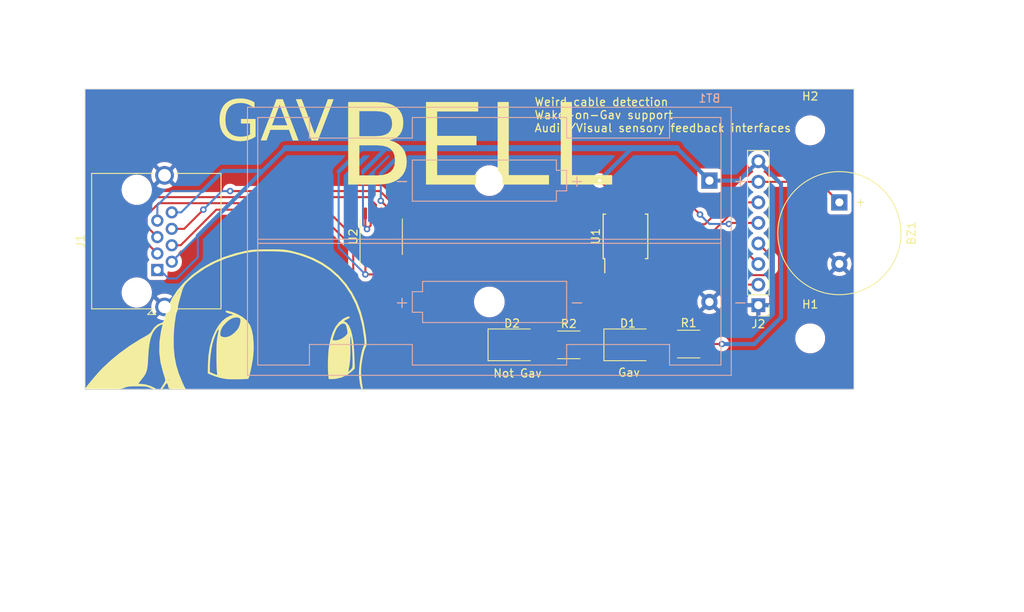
<source format=kicad_pcb>
(kicad_pcb (version 20221018) (generator pcbnew)
  (layers (0 "F.Cu" signal) (31 "B.Cu" signal) (34 "B.Paste" user) (35 "F.Paste" user) (36 "B.SilkS" user "B.Silkscreen") (37 "F.SilkS" user "F.Silkscreen") (38 "B.Mask" user) (39 "F.Mask" user) (44 "Edge.Cuts" user))
  (net 0 "")
  (net 1 "VCC")
  (net 2 "GND")
  (net 3 "/PB0")
  (net 4 "/PB5")
  (net 5 "Net-(D1-A)")
  (net 6 "Net-(D2-A)")
  (net 7 "Net-(J1-Pad3)")
  (net 8 "Net-(J1-Pad4)")
  (net 9 "Net-(J1-Pad5)")
  (net 10 "Net-(J1-Pad6)")
  (net 11 "/PB4")
  (net 12 "/PB3")
  (net 13 "/PB2")
  (net 14 "/PB1")
  (footprint "MountingHole:MountingHole_3.2mm_M3" (layer "F.Cu") (at 155.5 61.3)
    (fp_text reference "H2" (at 0 -4.2) (layer "F.SilkS"))
    (fp_text value "MountingHole")
    (pad "" np_thru_hole circle (at 0 0) (size 3.2 3.2) (drill 3.2) (layers "*.Cu" "*.Mask"))
  )
  (footprint "LED_SMD:LED_1812_4532Metric" (layer "F.Cu") (at 118.7 87.8)
    (fp_text reference "D2" (at 0 -2.65) (layer "F.SilkS"))
    (fp_text value "LED")
    (fp_line (start -2.96 -1.96) (end -2.96 1.96) (stroke (width 0.12)) (layer "F.SilkS"))
    (fp_line (start -2.96 1.96) (end 2.25 1.96) (stroke (width 0.12)) (layer "F.SilkS"))
    (fp_line (start 2.25 -1.96) (end -2.96 -1.96) (stroke (width 0.12)) (layer "F.SilkS"))
    (pad "1" smd roundrect (at -2.1375 0) (size 1.125 3.4) (layers "F.Cu" "F.Paste" "F.Mask") (roundrect_rratio 0.222222) (net 2 "GND"))
    (pad "2" smd roundrect (at 2.1375 0) (size 1.125 3.4) (layers "F.Cu" "F.Paste" "F.Mask") (roundrect_rratio 0.222222) (net 6 "Net-(D2-A)"))
  )
  (footprint "LED_SMD:LED_1812_4532Metric" (layer "F.Cu") (at 133 87.8)
    (fp_text reference "D1" (at 0 -2.65) (layer "F.SilkS"))
    (fp_text value "LED")
    (fp_line (start -2.96 -1.96) (end -2.96 1.96) (stroke (width 0.12)) (layer "F.SilkS"))
    (fp_line (start -2.96 1.96) (end 2.25 1.96) (stroke (width 0.12)) (layer "F.SilkS"))
    (fp_line (start 2.25 -1.96) (end -2.96 -1.96) (stroke (width 0.12)) (layer "F.SilkS"))
    (pad "1" smd roundrect (at -2.1375 0) (size 1.125 3.4) (layers "F.Cu" "F.Paste" "F.Mask") (roundrect_rratio 0.222222) (net 4 "/PB5"))
    (pad "2" smd roundrect (at 2.1375 0) (size 1.125 3.4) (layers "F.Cu" "F.Paste" "F.Mask") (roundrect_rratio 0.222222) (net 5 "Net-(D1-A)"))
  )
  (footprint "Buzzer_Beeper:Buzzer_15x7.5RM7.6" (layer "F.Cu") (at 159.1 70.2 -90)
    (fp_text reference "BZ1" (at 3.81 -8.89 90) (layer "F.SilkS"))
    (fp_text value "Buzzer")
    (fp_text user "+" (at -0.01 -2.54 90) (layer "F.SilkS"))
    (fp_circle (center 3.8 0) (end 11.4 0) (stroke (width 0.12)) (fill none) (layer "F.SilkS"))
    (pad "1" thru_hole rect (at 0 0 270) (size 2 2) (drill 1) (layers "*.Cu" "*.Mask") (net 3 "/PB0"))
    (pad "2" thru_hole circle (at 7.6 0 270) (size 2 2) (drill 1) (layers "*.Cu" "*.Mask") (net 2 "GND"))
  )
  (footprint "Package_SO:SOIC-8W_5.3x5.3mm_P1.27mm" (layer "F.Cu") (at 132.7 74.4 90)
    (fp_text reference "U1" (at 0 -3.68 90) (layer "F.SilkS"))
    (fp_text value "ATtiny85-20S")
    (fp_line (start -2.75 -2.755) (end -2.75 -2.55) (stroke (width 0.15)) (layer "F.SilkS"))
    (fp_line (start -2.75 -2.755) (end 2.75 -2.755) (stroke (width 0.15)) (layer "F.SilkS"))
    (fp_line (start -2.75 -2.55) (end -4.5 -2.55) (stroke (width 0.15)) (layer "F.SilkS"))
    (fp_line (start -2.75 2.755) (end -2.75 2.455) (stroke (width 0.15)) (layer "F.SilkS"))
    (fp_line (start -2.75 2.755) (end 2.75 2.755) (stroke (width 0.15)) (layer "F.SilkS"))
    (fp_line (start 2.75 -2.755) (end 2.75 -2.455) (stroke (width 0.15)) (layer "F.SilkS"))
    (fp_line (start 2.75 2.755) (end 2.75 2.455) (stroke (width 0.15)) (layer "F.SilkS"))
    (pad "1" smd rect (at -3.65 -1.905 90) (size 1.7 0.65) (layers "F.Cu" "F.Paste" "F.Mask") (net 4 "/PB5"))
    (pad "2" smd rect (at -3.65 -0.635 90) (size 1.7 0.65) (layers "F.Cu" "F.Paste" "F.Mask") (net 12 "/PB3"))
    (pad "3" smd rect (at -3.65 0.635 90) (size 1.7 0.65) (layers "F.Cu" "F.Paste" "F.Mask") (net 11 "/PB4"))
    (pad "4" smd rect (at -3.65 1.905 90) (size 1.7 0.65) (layers "F.Cu" "F.Paste" "F.Mask") (net 2 "GND"))
    (pad "5" smd rect (at 3.65 1.905 90) (size 1.7 0.65) (layers "F.Cu" "F.Paste" "F.Mask") (net 3 "/PB0"))
    (pad "6" smd rect (at 3.65 0.635 90) (size 1.7 0.65) (layers "F.Cu" "F.Paste" "F.Mask") (net 14 "/PB1"))
    (pad "7" smd rect (at 3.65 -0.635 90) (size 1.7 0.65) (layers "F.Cu" "F.Paste" "F.Mask") (net 13 "/PB2"))
    (pad "8" smd rect (at 3.65 -1.905 90) (size 1.7 0.65) (layers "F.Cu" "F.Paste" "F.Mask") (net 1 "VCC"))
  )
  (footprint "Connector_PinHeader_2.54mm:PinHeader_1x08_P2.54mm_Vertical" (layer "F.Cu") (at 149.1 82.9 180)
    (fp_text reference "J2" (at 0 -2.33) (layer "F.SilkS"))
    (fp_text value "Conn_01x08")
    (fp_line (start -1.33 -1.33) (end 0 -1.33) (stroke (width 0.12)) (layer "F.SilkS"))
    (fp_line (start -1.33 0) (end -1.33 -1.33) (stroke (width 0.12)) (layer "F.SilkS"))
    (fp_line (start -1.33 1.27) (end -1.33 19.11) (stroke (width 0.12)) (layer "F.SilkS"))
    (fp_line (start -1.33 1.27) (end 1.33 1.27) (stroke (width 0.12)) (layer "F.SilkS"))
    (fp_line (start -1.33 19.11) (end 1.33 19.11) (stroke (width 0.12)) (layer "F.SilkS"))
    (fp_line (start 1.33 1.27) (end 1.33 19.11) (stroke (width 0.12)) (layer "F.SilkS"))
    (pad "1" thru_hole rect (at 0 0 180) (size 1.7 1.7) (drill 1) (layers "*.Cu" "*.Mask") (net 2 "GND"))
    (pad "2" thru_hole oval (at 0 2.54 180) (size 1.7 1.7) (drill 1) (layers "*.Cu" "*.Mask") (net 4 "/PB5"))
    (pad "3" thru_hole oval (at 0 5.08 180) (size 1.7 1.7) (drill 1) (layers "*.Cu" "*.Mask") (net 11 "/PB4"))
    (pad "4" thru_hole oval (at 0 7.62 180) (size 1.7 1.7) (drill 1) (layers "*.Cu" "*.Mask") (net 12 "/PB3"))
    (pad "5" thru_hole oval (at 0 10.16 180) (size 1.7 1.7) (drill 1) (layers "*.Cu" "*.Mask") (net 13 "/PB2"))
    (pad "6" thru_hole oval (at 0 12.7 180) (size 1.7 1.7) (drill 1) (layers "*.Cu" "*.Mask") (net 14 "/PB1"))
    (pad "7" thru_hole oval (at 0 15.24 180) (size 1.7 1.7) (drill 1) (layers "*.Cu" "*.Mask") (net 3 "/PB0"))
    (pad "8" thru_hole oval (at 0 17.78 180) (size 1.7 1.7) (drill 1) (layers "*.Cu" "*.Mask") (net 1 "VCC"))
  )
  (footprint "clipboard:4c7909a3-815d-4395-928a-77572f6d72ec" (layer "F.Cu") (at 72.6 79.5)
    (fp_text reference "" (at 0 0) (layer "F.SilkS") (effects (font (size 1.27 1.27))))
    (fp_text value "" (at 0 0) (layer "F.SilkS") (effects (font (size 1.27 1.27))))
    (fp_poly (pts (xy 26.076047 4.887899) (xy 26.077334 4.911701) (xy 26.006775 4.98648) (xy 25.825915 5.096154) (xy 25.675167 5.170235) (xy 25.449083 5.288971) (xy 25.37242 5.369708) (xy 25.4 5.39664) (xy 25.71385 5.590424) (xy 25.982303 5.941483) (xy 26.205686 6.450941) (xy 26.384325 7.119922) (xy 26.518545 7.949548) (xy 26.608673 8.940944) (xy 26.644253 9.687209) (xy 26.695359 11.223805) (xy 26.323932 11.577218) (xy 25.737841 12.020414) (xy 25.059985 12.331584) (xy 24.315688 12.501033) (xy 23.833904 12.530666) (xy 23.476253 12.530666) (xy 23.422863 12.086166) (xy 23.388251 11.641666) (xy 25.88452 11.641666) (xy 26.15026 11.392992) (xy 26.268219 11.27752) (xy 26.344768 11.170546) (xy 26.388823 11.033611) (xy 26.409302 10.828257) (xy 26.415121 10.516027) (xy 26.415276 10.249992) (xy 26.406842 9.774927) (xy 26.384274 9.248527) (xy 26.350611 8.709659) (xy 26.308894 8.197189) (xy 26.262162 7.749983) (xy 26.213455 7.406909) (xy 26.180906 7.253473) (xy 26.161416 7.253166) (xy 26.147937 7.400378) (xy 26.141072 7.67338) (xy 26.141423 8.050444) (xy 26.147964 8.441729) (xy 26.155975 9.159567) (xy 26.14101 9.76478) (xy 26.099101 10.313007) (xy 26.02628 10.859886) (xy 25.940911 11.345333) (xy 25.88452 11.641666) (xy 23.388251 11.641666) (xy 23.385657 11.608346) (xy 23.370037 11.016143) (xy 23.374841 10.362972) (xy 23.398909 9.70225) (xy 23.441081 9.087392) (xy 23.499046 8.579518) (xy 23.686008 7.627046) (xy 23.960667 7.627046) (xy 24.032556 7.717614) (xy 24.221352 7.748725) (xy 24.486747 7.723834) (xy 24.788435 7.646393) (xy 25.061334 7.532754) (xy 25.328771 7.361528) (xy 25.57652 7.150738) (xy 25.590653 7.136128) (xy 25.71819 6.991254) (xy 25.778074 6.864947) (xy 25.781369 6.698183) (xy 25.739142 6.431938) (xy 25.730997 6.387541) (xy 25.652617 6.032934) (xy 25.56282 5.816334) (xy 25.439949 5.706721) (xy 25.262345 5.673079) (xy 25.231845 5.672666) (xy 24.985938 5.747387) (xy 24.725432 5.949133) (xy 24.489261 6.244279) (xy 24.409169 6.383193) (xy 24.319097 6.581927) (xy 24.210806 6.854431) (xy 24.103186 7.148316) (xy 24.015125 7.411195) (xy 23.965515 7.590681) (xy 23.960667 7.627046) (xy 23.686008 7.627046) (xy 23.691625 7.59843) (xy 23.957447 6.765862) (xy 24.299582 6.076223) (xy 24.721101 5.523924) (xy 25.225072 5.103376) (xy 25.493139 4.948706) (xy 25.807911 4.814738) (xy 26.001029 4.794544)) (fill solid) (layer "F.SilkS"))
    (fp_poly (pts (xy 11.002181 4.091969) (xy 11.27979 4.162931) (xy 11.416969 4.20197) (xy 12.183659 4.48415) (xy 12.832382 4.850836) (xy 13.350236 5.292457) (xy 13.724319 5.799443) (xy 13.814375 5.980271) (xy 14.002465 6.541898) (xy 14.133678 7.226782) (xy 14.205537 7.997826) (xy 14.215563 8.817928) (xy 14.161278 9.649989) (xy 14.09353 10.16) (xy 14.014664 10.614298) (xy 13.924374 11.079307) (xy 13.829814 11.5239) (xy 13.738138 11.916948) (xy 13.656502 12.227324) (xy 13.592058 12.423899) (xy 13.560954 12.477152) (xy 13.430833 12.504688) (xy 13.168225 12.527368) (xy 12.809924 12.544572) (xy 12.392722 12.555677) (xy 11.953414 12.560063) (xy 11.528792 12.557107) (xy 11.15565 12.546188) (xy 10.870782 12.526686) (xy 10.839136 12.523126) (xy 10.179367 12.410369) (xy 9.532349 12.224832) (xy 8.9535 12.001831) (xy 8.551334 11.83248) (xy 8.551384 11.662856) (xy 8.805334 11.662856) (xy 9.2075 11.835908) (xy 9.448433 11.935825) (xy 9.6237 12.001635) (xy 9.674167 12.015813) (xy 9.699946 11.946375) (xy 9.689631 11.763254) (xy 9.674167 11.662833) (xy 9.654373 11.468025) (xy 9.637076 11.13633) (xy 9.62327 10.700187) (xy 9.613946 10.192037) (xy 9.610098 9.644318) (xy 9.610053 9.567333) (xy 9.61406 8.890086) (xy 9.627076 8.350077) (xy 9.651096 7.915353) (xy 9.688118 7.553965) (xy 9.740138 7.23396) (xy 9.76274 7.123575) (xy 9.780614 7.033478) (xy 10.086276 7.033478) (xy 10.121369 7.163467) (xy 10.231475 7.246121) (xy 10.25666 7.258571) (xy 10.504224 7.343405) (xy 10.766074 7.345805) (xy 11.108552 7.266163) (xy 11.117019 7.263634) (xy 11.402521 7.125794) (xy 11.73127 6.883719) (xy 11.903729 6.726766) (xy 12.181144 6.427861) (xy 12.35964 6.152104) (xy 12.482726 5.831055) (xy 12.491015 5.802971) (xy 12.578101 5.41032) (xy 12.566085 5.143091) (xy 12.447182 4.984106) (xy 12.213609 4.916185) (xy 12.086661 4.910666) (xy 11.720684 4.958428) (xy 11.367275 5.113686) (xy 10.991914 5.394397) (xy 10.784615 5.588) (xy 10.467169 5.931965) (xy 10.264979 6.241649) (xy 10.148274 6.570182) (xy 10.107073 6.797175) (xy 10.086276 7.033478) (xy 9.780614 7.033478) (xy 9.827204 6.798634) (xy 9.867962 6.541824) (xy 9.878972 6.393806) (xy 9.874057 6.374501) (xy 9.817827 6.419305) (xy 9.718554 6.595892) (xy 9.589023 6.876177) (xy 9.442013 7.232078) (xy 9.290309 7.635509) (xy 9.255823 7.73285) (xy 9.124045 8.198645) (xy 9.006203 8.783212) (xy 8.909409 9.436129) (xy 8.840772 10.106972) (xy 8.807404 10.745319) (xy 8.805334 10.927211) (xy 8.805334 11.662856) (xy 8.551384 11.662856) (xy 8.551572 11.017407) (xy 8.611163 9.721273) (xy 8.78987 8.5412) (xy 9.088786 7.471825) (xy 9.444008 6.634256) (xy 9.845875 5.946804) (xy 10.293402 5.389466) (xy 10.774728 4.97382) (xy 11.277993 4.711442) (xy 11.472334 4.654377) (xy 11.609233 4.613297) (xy 11.629936 4.571136) (xy 11.51999 4.517821) (xy 11.264944 4.44328) (xy 11.1125 4.403583) (xy 10.873204 4.315351) (xy 10.757915 4.213121) (xy 10.752667 4.187736) (xy 10.769948 4.105043) (xy 10.842677 4.072896)) (fill solid) (layer "F.SilkS"))
    (fp_poly (pts (xy 17.189913 -3.494961) (xy 17.589406 -3.483911) (xy 17.916397 -3.46352) (xy 18.203159 -3.431391) (xy 18.481965 -3.385131) (xy 18.785087 -3.322343) (xy 18.965334 -3.281843) (xy 20.326386 -2.907744) (xy 21.561329 -2.431847) (xy 22.684878 -1.846389) (xy 23.711747 -1.143604) (xy 24.656651 -0.315728) (xy 24.73613 -0.236868) (xy 25.60744 0.743736) (xy 26.347439 1.810787) (xy 26.959285 2.971535) (xy 27.446138 4.233234) (xy 27.811156 5.603135) (xy 28.0575 7.088489) (xy 28.101945 7.488959) (xy 28.138269 7.883065) (xy 28.150629 8.150598) (xy 28.136196 8.332994) (xy 28.092142 8.471689) (xy 28.026777 8.590252) (xy 27.93051 8.812594) (xy 27.82567 9.165257) (xy 27.72037 9.610056) (xy 27.622723 10.108803) (xy 27.54084 10.62331) (xy 27.482835 11.115391) (xy 27.477448 11.176) (xy 27.464173 11.701244) (xy 27.498865 12.337574) (xy 27.577714 13.034849) (xy 27.655913 13.5255) (xy 27.671607 13.721697) (xy 27.615582 13.796461) (xy 27.579625 13.800666) (xy 27.487785 13.717188) (xy 27.399981 13.471477) (xy 27.317895 13.070617) (xy 27.243209 12.521692) (xy 27.216676 12.271289) (xy 27.201829 11.866333) (xy 27.221969 11.366987) (xy 27.271583 10.810927) (xy 27.345158 10.235831) (xy 27.437182 9.679376) (xy 27.542141 9.17924) (xy 27.654523 8.773101) (xy 27.768647 8.498923) (xy 27.841555 8.348594) (xy 27.878855 8.185035) (xy 27.884049 7.962248) (xy 27.860641 7.634233) (xy 27.846027 7.482923) (xy 27.624501 5.976618) (xy 27.272558 4.568162) (xy 26.793091 3.26158) (xy 26.188993 2.060894) (xy 25.463154 0.970129) (xy 24.618469 -0.006693) (xy 23.657828 -0.865548) (xy 22.584125 -1.602412) (xy 21.400252 -2.213263) (xy 20.663574 -2.508481) (xy 19.959255 -2.751649) (xy 19.333032 -2.937505) (xy 18.741781 -3.073159) (xy 18.142374 -3.165723) (xy 17.491685 -3.222305) (xy 16.746589 -3.250017) (xy 16.129 -3.25608) (xy 15.389113 -3.252727) (xy 14.777093 -3.236481) (xy 14.25169 -3.203015) (xy 13.771654 -3.148) (xy 13.295737 -3.067108) (xy 12.782688 -2.956009) (xy 12.411492 -2.865981) (xy 10.910272 -2.418337) (xy 9.518431 -1.852941) (xy 8.242703 -1.173017) (xy 7.089824 -0.381792) (xy 6.884822 -0.218817) (xy 6.42968 0.159106) (xy 6.088471 0.466117) (xy 5.83832 0.73109) (xy 5.656354 0.982897) (xy 5.519697 1.250415) (xy 5.405475 1.562517) (xy 5.361692 1.703816) (xy 5.047285 2.800927) (xy 4.799865 3.783189) (xy 4.612538 4.688121) (xy 4.478413 5.553242) (xy 4.390597 6.41607) (xy 4.344821 7.239) (xy 4.343988 8.510402) (xy 4.444577 9.680577) (xy 4.655047 10.789831) (xy 4.98386 11.878473) (xy 5.439476 12.986809) (xy 5.638925 13.403967) (xy 5.840505 13.811602) (xy 4.761752 13.784967) (xy 4.317284 13.772353) (xy 4.014882 13.757121) (xy 3.827294 13.734331) (xy 3.727267 13.69904) (xy 3.687551 13.646308) (xy 3.685812 13.631333) (xy 3.725334 13.631333) (xy 3.756312 13.701023) (xy 3.781778 13.687777) (xy 3.791911 13.587298) (xy 3.781778 13.574888) (xy 3.731444 13.586511) (xy 3.725334 13.631333) (xy 3.685812 13.631333) (xy 3.680897 13.589) (xy 3.653452 13.380697) (xy 3.591225 13.180661) (xy 3.517281 13.054261) (xy 3.486795 13.038818) (xy 3.413034 13.104488) (xy 3.285654 13.272968) (xy 3.188392 13.419818) (xy 3.011176 13.654276) (xy 2.850763 13.78496) (xy 2.792668 13.800666) (xy 2.724972 13.78016) (xy 2.73067 13.70069) (xy 2.819348 13.535328) (xy 2.969776 13.303157) (xy 3.135751 13.037547) (xy 3.254856 12.814394) (xy 3.301962 12.680915) (xy 3.302 12.678928) (xy 3.297845 12.657666) (xy 3.725334 12.657666) (xy 3.767667 12.7) (xy 3.81 12.657666) (xy 3.767667 12.615333) (xy 3.725334 12.657666) (xy 3.297845 12.657666) (xy 3.276794 12.549931) (xy 3.208592 12.299479) (xy 3.108523 11.96657) (xy 3.015134 11.673604) (xy 2.703251 10.448678) (xy 2.558121 9.196851) (xy 2.579793 7.92093) (xy 2.768314 6.623724) (xy 2.91961 5.988625) (xy 2.952961 5.829293) (xy 2.904042 5.792352) (xy 2.740066 5.845651) (xy 2.525387 5.962904) (xy 2.284209 6.144519) (xy 2.215081 6.207026) (xy 1.926325 6.544422) (xy 1.691683 6.961518) (xy 1.506393 7.475382) (xy 1.36569 8.10308) (xy 1.26481 8.861681) (xy 1.198991 9.76825) (xy 1.194317 9.864216) (xy 1.160046 10.485912) (xy 1.11627 10.971816) (xy 1.053007 11.355472) (xy 0.960278 11.67042) (xy 0.828101 11.950202) (xy 0.646497 12.228359) (xy 0.405484 12.538434) (xy 0.394609 12.5518) (xy 0.203584 12.791804) (xy 0.063441 12.978317) (xy 0.001012 13.07544) (xy 0 13.079803) (xy 0.075482 13.106593) (xy 0.265287 13.122474) (xy 0.359834 13.124249) (xy 0.868844 13.185909) (xy 1.431619 13.357316) (xy 1.872701 13.557728) (xy 2.08204 13.673827) (xy 2.154575 13.738261) (xy 2.106401 13.772135) (xy 2.045082 13.783743) (xy 1.858367 13.76702) (xy 1.592629 13.690949) (xy 1.410082 13.617948) (xy 1.212157 13.536585) (xy 1.018596 13.481286) (xy 0.790572 13.447288) (xy 0.489258 13.429828) (xy 0.075828 13.424143) (xy -0.169333 13.424186) (xy -0.662312 13.429255) (xy -1.026309 13.444776) (xy -1.301581 13.475495) (xy -1.528382 13.526156) (xy -1.74697 13.601505) (xy -1.778 13.613809) (xy -1.929811 13.671071) (xy -2.080234 13.715292) (xy -2.253007 13.748146) (xy -2.471868 13.771312) (xy -2.760555 13.786464) (xy -3.142808 13.795278) (xy -3.642364 13.799432) (xy -4.282962 13.800601) (xy -4.423833 13.800623) (xy -5.011415 13.798712) (xy -5.539031 13.793306) (xy -5.984343 13.784936) (xy -6.325013 13.774132) (xy -6.538705 13.761426) (xy -6.604 13.74886) (xy -6.55035 13.642222) (xy -6.402371 13.433493) (xy -6.179513 13.145988) (xy -5.901231 12.803023) (xy -5.586975 12.427915) (xy -5.2562 12.043979) (xy -4.928358 11.674531) (xy -4.6229 11.342889) (xy -4.428949 11.141812) (xy -3.423346 10.201297) (xy -2.298034 9.280612) (xy -1.101832 8.41609) (xy 0.116441 7.644061) (xy 0.752296 7.28593) (xy 1.131335 7.068544) (xy 1.3855 6.885213) (xy 1.548118 6.709606) (xy 1.609664 6.608597) (xy 1.945747 6.122341) (xy 2.371749 5.769564) (xy 2.872598 5.562695) (xy 2.880204 5.560862) (xy 2.979924 5.522727) (xy 3.057346 5.442775) (xy 3.126621 5.289894) (xy 3.2019 5.032975) (xy 3.295919 4.646943) (xy 3.632008 3.581326) (xy 4.130272 2.547874) (xy 4.498448 1.989666) (xy 4.826 1.989666) (xy 4.868334 2.032) (xy 4.910667 1.989666) (xy 4.868334 1.947333) (xy 4.826 1.989666) (xy 4.498448 1.989666) (xy 4.665979 1.735666) (xy 4.995334 1.735666) (xy 5.037667 1.778) (xy 5.08 1.735666) (xy 5.037667 1.693333) (xy 4.995334 1.735666) (xy 4.665979 1.735666) (xy 4.78525 1.554834) (xy 4.919995 1.397) (xy 5.249334 1.397) (xy 5.291667 1.439333) (xy 5.334 1.397) (xy 5.291667 1.354666) (xy 5.249334 1.397) (xy 4.919995 1.397) (xy 5.59148 0.610453) (xy 6.543502 -0.277024) (xy 6.573003 -0.30164) (xy 7.734871 -1.158614) (xy 9.014554 -1.895154) (xy 10.409795 -2.510225) (xy 11.918336 -3.002795) (xy 13.081 -3.282595) (xy 13.435831 -3.352837) (xy 13.754785 -3.405837) (xy 14.071682 -3.444059) (xy 14.420339 -3.469969) (xy 14.834578 -3.486031) (xy 15.348215 -3.494712) (xy 15.99507 -3.498477) (xy 16.044334 -3.498615) (xy 16.685647 -3.499064)) (fill solid) (layer "F.SilkS"))
  )
  (footprint "Resistor_SMD:R_1812_4532Metric" (layer "F.Cu") (at 140.5 87.7 180)
    (fp_text reference "R1" (at 0 2.6) (layer "F.SilkS"))
    (fp_text value "R")
    (fp_line (start -1.386252 -1.71) (end 1.386252 -1.71) (stroke (width 0.12)) (layer "F.SilkS"))
    (fp_line (start -1.386252 1.71) (end 1.386252 1.71) (stroke (width 0.12)) (layer "F.SilkS"))
    (pad "1" smd roundrect (at -2.1375 0 180) (size 1.125 3.4) (layers "F.Cu" "F.Paste" "F.Mask") (roundrect_rratio 0.222222) (net 1 "VCC"))
    (pad "2" smd roundrect (at 2.1375 0 180) (size 1.125 3.4) (layers "F.Cu" "F.Paste" "F.Mask") (roundrect_rratio 0.222222) (net 5 "Net-(D1-A)"))
  )
  (footprint "Resistor_SMD:R_1812_4532Metric" (layer "F.Cu") (at 125.7 87.8 180)
    (fp_text reference "R2" (at 0 2.6) (layer "F.SilkS"))
    (fp_text value "R")
    (fp_line (start -1.386252 -1.71) (end 1.386252 -1.71) (stroke (width 0.12)) (layer "F.SilkS"))
    (fp_line (start -1.386252 1.71) (end 1.386252 1.71) (stroke (width 0.12)) (layer "F.SilkS"))
    (pad "1" smd roundrect (at -2.1375 0 180) (size 1.125 3.4) (layers "F.Cu" "F.Paste" "F.Mask") (roundrect_rratio 0.222222) (net 4 "/PB5"))
    (pad "2" smd roundrect (at 2.1375 0 180) (size 1.125 3.4) (layers "F.Cu" "F.Paste" "F.Mask") (roundrect_rratio 0.222222) (net 6 "Net-(D2-A)"))
  )
  (footprint "MountingHole:MountingHole_3.2mm_M3" (layer "F.Cu") (at 155.5 87)
    (fp_text reference "H1" (at 0 -4.2) (layer "F.SilkS"))
    (fp_text value "MountingHole")
    (pad "" np_thru_hole circle (at 0 0) (size 3.2 3.2) (drill 3.2) (layers "*.Cu" "*.Mask"))
  )
  (footprint "Connector_RJ:RJ45_Amphenol_RJHSE5380" (layer "F.Cu") (at 74.92 78.548 90)
    (fp_text reference "J1" (at 3.56 -9.5 90) (layer "F.SilkS"))
    (fp_text value "RJ45_Shielded")
    (fp_line (start -5.5 -1.2) (end -5 -0.7) (stroke (width 0.12)) (layer "F.SilkS"))
    (fp_line (start -5.5 -0.2) (end -5.5 -1.2) (stroke (width 0.12)) (layer "F.SilkS"))
    (fp_line (start -5 -0.7) (end -5.5 -0.2) (stroke (width 0.12)) (layer "F.SilkS"))
    (fp_line (start -4.805 -8.11) (end -4.805 -0.5) (stroke (width 0.12)) (layer "F.SilkS"))
    (fp_line (start -4.805 7.86) (end -4.805 2.3) (stroke (width 0.12)) (layer "F.SilkS"))
    (fp_line (start -4.76 -8.11) (end 11.88 -8.11) (stroke (width 0.12)) (layer "F.SilkS"))
    (fp_line (start -4.76 7.86) (end 11.925 7.86) (stroke (width 0.12)) (layer "F.SilkS"))
    (fp_line (start 11.925 -8.11) (end 11.925 -0.5) (stroke (width 0.12)) (layer "F.SilkS"))
    (fp_line (start 11.925 7.86) (end 11.925 2.3) (stroke (width 0.12)) (layer "F.SilkS"))
    (pad "" np_thru_hole circle (at -2.79 -2.54 90) (size 3.25 3.25) (drill 3.25) (layers "*.Cu" "*.Mask"))
    (pad "" np_thru_hole circle (at 9.91 -2.54 90) (size 3.25 3.25) (drill 3.25) (layers "*.Cu" "*.Mask"))
    (pad "1" thru_hole rect (at 0 0 90) (size 1.5 1.5) (drill 0.89) (layers "*.Cu" "*.Mask") (net 1 "VCC"))
    (pad "2" thru_hole circle (at 1.016 1.78 90) (size 1.5 1.5) (drill 0.89) (layers "*.Cu" "*.Mask") (net 1 "VCC"))
    (pad "3" thru_hole circle (at 2.032 0 90) (size 1.5 1.5) (drill 0.89) (layers "*.Cu" "*.Mask") (net 7 "Net-(J1-Pad3)"))
    (pad "4" thru_hole circle (at 3.048 1.78 90) (size 1.5 1.5) (drill 0.89) (layers "*.Cu" "*.Mask") (net 8 "Net-(J1-Pad4)"))
    (pad "5" thru_hole circle (at 4.064 0 90) (size 1.5 1.5) (drill 0.89) (layers "*.Cu" "*.Mask") (net 9 "Net-(J1-Pad5)"))
    (pad "6" thru_hole circle (at 5.08 1.78 90) (size 1.5 1.5) (drill 0.89) (layers "*.Cu" "*.Mask") (net 10 "Net-(J1-Pad6)"))
    (pad "7" thru_hole circle (at 6.096 0 90) (size 1.5 1.5) (drill 0.89) (layers "*.Cu" "*.Mask") (net 1 "VCC"))
    (pad "8" thru_hole circle (at 7.112 1.78 90) (size 1.5 1.5) (drill 0.89) (layers "*.Cu" "*.Mask") (net 1 "VCC"))
    (pad "SH" thru_hole circle (at -4.57 0.89 90) (size 2.3 2.3) (drill 1.57) (layers "*.Cu" "*.Mask") (net 2 "GND"))
    (pad "SH" thru_hole circle (at 11.69 0.89 90) (size 2.3 2.3) (drill 1.57) (layers "*.Cu" "*.Mask") (net 2 "GND"))
  )
  (footprint "Package_SO:TSSOP-14_4.4x5mm_P0.65mm" (layer "F.Cu") (at 102.55 74.4375 90)
    (fp_text reference "U2" (at 0 -3.45 90) (layer "F.SilkS"))
    (fp_text value "74LS08")
    (fp_line (start 0 -2.61) (end -3.6 -2.61) (stroke (width 0.12)) (layer "F.SilkS"))
    (fp_line (start 0 -2.61) (end 2.2 -2.61) (stroke (width 0.12)) (layer "F.SilkS"))
    (fp_line (start 0 2.61) (end -2.2 2.61) (stroke (width 0.12)) (layer "F.SilkS"))
    (fp_line (start 0 2.61) (end 2.2 2.61) (stroke (width 0.12)) (layer "F.SilkS"))
    (pad "1" smd roundrect (at -2.8625 -1.95 90) (size 1.475 0.4) (layers "F.Cu" "F.Paste" "F.Mask") (net 1 "VCC"))
    (pad "2" smd roundrect (at -2.8625 -1.3 90) (size 1.475 0.4) (layers "F.Cu" "F.Paste" "F.Mask") (net 9 "Net-(J1-Pad5)"))
    (pad "3" smd roundrect (at -2.8625 -0.65 90) (size 1.475 0.4) (layers "F.Cu" "F.Paste" "F.Mask") (net 11 "/PB4"))
    (pad "4" smd roundrect (at -2.8625 0 90) (size 1.475 0.4) (layers "F.Cu" "F.Paste" "F.Mask") (net 1 "VCC"))
    (pad "5" smd roundrect (at -2.8625 0.65 90) (size 1.475 0.4) (layers "F.Cu" "F.Paste" "F.Mask") (net 8 "Net-(J1-Pad4)"))
    (pad "6" smd roundrect (at -2.8625 1.3 90) (size 1.475 0.4) (layers "F.Cu" "F.Paste" "F.Mask") (net 12 "/PB3"))
    (pad "7" smd roundrect (at -2.8625 1.95 90) (size 1.475 0.4) (layers "F.Cu" "F.Paste" "F.Mask") (net 2 "GND"))
    (pad "8" smd roundrect (at 2.8625 1.95 90) (size 1.475 0.4) (layers "F.Cu" "F.Paste" "F.Mask") (net 13 "/PB2"))
    (pad "9" smd roundrect (at 2.8625 1.3 90) (size 1.475 0.4) (layers "F.Cu" "F.Paste" "F.Mask") (net 10 "Net-(J1-Pad6)"))
    (pad "10" smd roundrect (at 2.8625 0.65 90) (size 1.475 0.4) (layers "F.Cu" "F.Paste" "F.Mask") (net 1 "VCC"))
    (pad "11" smd roundrect (at 2.8625 0 90) (size 1.475 0.4) (layers "F.Cu" "F.Paste" "F.Mask") (net 14 "/PB1"))
    (pad "12" smd roundrect (at 2.8625 -0.65 90) (size 1.475 0.4) (layers "F.Cu" "F.Paste" "F.Mask") (net 7 "Net-(J1-Pad3)"))
    (pad "13" smd roundrect (at 2.8625 -1.3 90) (size 1.475 0.4) (layers "F.Cu" "F.Paste" "F.Mask") (net 1 "VCC"))
    (pad "14" smd roundrect (at 2.8625 -1.95 90) (size 1.475 0.4) (layers "F.Cu" "F.Paste" "F.Mask") (net 1 "VCC"))
  )
  (footprint "Battery:BatteryHolder_Keystone_2462_2xAA" (layer "B.Cu") (at 143.065 67.51 180)
    (fp_text reference "BT1" (at 0 10.16) (layer "B.SilkS") (effects (justify mirror)))
    (fp_text value "Battery")
    (fp_text user "+" (at -3.81 0) (layer "B.SilkS") (effects (font (size 1.5 1.5)) (justify mirror)))
    (fp_text user "+" (at 37.945 -14.99) (layer "B.SilkS") (effects (font (size 1.5 1.5)) (justify mirror)))
    (fp_text user "-" (at -3.81 -14.99) (layer "B.SilkS") (effects (font (size 1.5 1.5)) (justify mirror)))
    (fp_text user "-" (at 16.355 -14.99) (layer "B.SilkS") (effects (font (size 1.5 1.5)) (justify mirror)))
    (fp_text user "-" (at 37.945 0) (layer "B.SilkS") (effects (font (size 1.5 1.5)) (justify mirror)))
    (fp_text user "+" (at 16.355 0) (layer "B.SilkS") (effects (font (size 1.5 1.5)) (justify mirror)))
    (fp_line (start -2.69 -24.055) (end 57.02 -24.055) (stroke (width 0.12)) (layer "B.SilkS"))
    (fp_line (start -2.69 9.065) (end -2.69 -24.055) (stroke (width 0.12)) (layer "B.SilkS"))
    (fp_line (start -1.42 -22.785) (end 4.925 -22.785) (stroke (width 0.12)) (layer "B.SilkS"))
    (fp_line (start -1.42 -7.241) (end 55.75 -7.241) (stroke (width 0.12)) (layer "B.SilkS"))
    (fp_line (start -1.42 7.795) (end -1.42 -22.785) (stroke (width 0.12)) (layer "B.SilkS"))
    (fp_line (start 4.925 -22.785) (end 4.925 -20.245) (stroke (width 0.12)) (layer "B.SilkS"))
    (fp_line (start 4.925 -20.245) (end 17.625 -20.245) (stroke (width 0.12)) (layer "B.SilkS"))
    (fp_line (start 4.925 5.255) (end 4.925 7.795) (stroke (width 0.12)) (layer "B.SilkS"))
    (fp_line (start 4.925 5.255) (end 17.625 5.255) (stroke (width 0.12)) (layer "B.SilkS"))
    (fp_line (start 4.925 7.795) (end -1.42 7.795) (stroke (width 0.12)) (layer "B.SilkS"))
    (fp_line (start 17.625 -22.785) (end 36.675 -22.785) (stroke (width 0.12)) (layer "B.SilkS"))
    (fp_line (start 17.625 -20.245) (end 17.625 -22.785) (stroke (width 0.12)) (layer "B.SilkS"))
    (fp_line (start 17.625 -17.53) (end 17.625 -12.45) (stroke (width 0.12)) (layer "B.SilkS"))
    (fp_line (start 17.625 -12.45) (end 35.405 -12.45) (stroke (width 0.12)) (layer "B.SilkS"))
    (fp_line (start 17.625 -1.27) (end 17.625 1.27) (stroke (width 0.12)) (layer "B.SilkS"))
    (fp_line (start 17.625 1.27) (end 18.895 1.27) (stroke (width 0.12)) (layer "B.SilkS"))
    (fp_line (start 17.625 7.795) (end 17.625 5.255) (stroke (width 0.12)) (layer "B.SilkS"))
    (fp_line (start 18.895 -2.54) (end 18.895 -1.27) (stroke (width 0.12)) (layer "B.SilkS"))
    (fp_line (start 18.895 -1.27) (end 17.625 -1.27) (stroke (width 0.12)) (layer "B.SilkS"))
    (fp_line (start 18.895 1.27) (end 18.895 2.54) (stroke (width 0.12)) (layer "B.SilkS"))
    (fp_line (start 18.895 2.54) (end 36.675 2.54) (stroke (width 0.12)) (layer "B.SilkS"))
    (fp_line (start 35.405 -17.53) (end 17.625 -17.53) (stroke (width 0.12)) (layer "B.SilkS"))
    (fp_line (start 35.405 -16.26) (end 35.405 -17.53) (stroke (width 0.12)) (layer "B.SilkS"))
    (fp_line (start 35.405 -13.72) (end 36.675 -13.72) (stroke (width 0.12)) (layer "B.SilkS"))
    (fp_line (start 35.405 -12.45) (end 35.405 -13.72) (stroke (width 0.12)) (layer "B.SilkS"))
    (fp_line (start 36.675 -22.785) (end 36.675 -20.245) (stroke (width 0.12)) (layer "B.SilkS"))
    (fp_line (start 36.675 -16.26) (end 35.405 -16.26) (stroke (width 0.12)) (layer "B.SilkS"))
    (fp_line (start 36.675 -13.72) (end 36.675 -16.26) (stroke (width 0.12)) (layer "B.SilkS"))
    (fp_line (start 36.675 -2.54) (end 18.895 -2.54) (stroke (width 0.12)) (layer "B.SilkS"))
    (fp_line (start 36.675 1.27) (end 36.675 -2.54) (stroke (width 0.12)) (layer "B.SilkS"))
    (fp_line (start 36.675 2.54) (end 36.675 1.27) (stroke (width 0.12)) (layer "B.SilkS"))
    (fp_line (start 36.675 5.255) (end 36.675 7.795) (stroke (width 0.12)) (layer "B.SilkS"))
    (fp_line (start 36.675 7.795) (end 17.625 7.795) (stroke (width 0.12)) (layer "B.SilkS"))
    (fp_line (start 49.375 -22.785) (end 49.375 -20.245) (stroke (width 0.12)) (layer "B.SilkS"))
    (fp_line (start 49.375 -20.245) (end 36.675 -20.245) (stroke (width 0.12)) (layer "B.SilkS"))
    (fp_line (start 49.375 5.255) (end 36.675 5.255) (stroke (width 0.12)) (layer "B.SilkS"))
    (fp_line (start 49.375 7.795) (end 49.375 5.255) (stroke (width 0.12)) (layer "B.SilkS"))
    (fp_line (start 55.75 -22.785) (end 49.375 -22.785) (stroke (width 0.12)) (layer "B.SilkS"))
    (fp_line (start 55.75 -7.749) (end -1.42 -7.749) (stroke (width 0.12)) (layer "B.SilkS"))
    (fp_line (start 55.75 7.795) (end 49.375 7.795) (stroke (width 0.12)) (layer "B.SilkS"))
    (fp_line (start 55.75 7.795) (end 55.75 -22.785) (stroke (width 0.12)) (layer "B.SilkS"))
    (fp_line (start 57.02 -24.055) (end 57.02 9.065) (stroke (width 0.12)) (layer "B.SilkS"))
    (fp_line (start 57.02 9.065) (end -2.69 9.065) (stroke (width 0.12)) (layer "B.SilkS"))
    (pad "" np_thru_hole circle (at 27.165 -14.99 180) (size 3.3 3.3) (drill 3.3) (layers "*.Cu" "*.Mask"))
    (pad "" np_thru_hole circle (at 27.165 0 180) (size 3.3 3.3) (drill 3.3) (layers "*.Cu" "*.Mask"))
    (pad "1" thru_hole rect (at 0 0 180) (size 2 2) (drill 1.02) (layers "*.Cu" "*.Mask") (net 1 "VCC"))
    (pad "2" thru_hole circle (at 0 -14.99 180) (size 2 2) (drill 1.02) (layers "*.Cu" "*.Mask") (net 2 "GND"))
  )
  (gr_rect (start 66 56.2) (end 160.9 93.3) (stroke (width 0.1)) (fill none) (layer "Edge.Cuts"))
  (gr_text "Gav" (at 131.7 91.8) (layer "F.SilkS") (effects (font (size 1 1)) (justify left bottom)))
  (gr_text "Weird cable detection\nWake-on-Gav support\nAudio/Visual sensory feedback interfaces" (at 121.4 61.6) (layer "F.SilkS") (effects (font (size 1 1)) (justify left bottom)))
  (gr_text "Not Gav" (at 116.3 91.9) (layer "F.SilkS") (effects (font (size 1 1)) (justify left bottom)))
  (gr_text "GAV" (at 82.2 63.4) (layer "F.SilkS") (effects (font (size 5 5)) (justify left bottom)))
  (gr_text "BELL" (at 97.1 69.7) (layer "F.SilkS") (effects (font (size 10 10)) (justify left bottom)))
  (segment (start 130.795 68.795) (end 129.5 67.5) (width 0.25) (layer "F.Cu") (net 1))
  (segment (start 102.55 77.3) (end 102.55 78.25) (width 0.25) (layer "F.Cu") (net 1))
  (segment (start 103.2 71.575) (end 103.2 70.7) (width 0.25) (layer "F.Cu") (net 1))
  (segment (start 100.6 71.575) (end 100.6 73.3) (width 0.25) (layer "F.Cu") (net 1))
  (segment (start 100.6 77.3) (end 100.6 79.1) (width 0.25) (layer "F.Cu") (net 1))
  (segment (start 101.25 71.575) (end 101.25 73.05) (width 0.25) (layer "F.Cu") (net 1))
  (segment (start 142.6375 87.7) (end 144.6 87.7) (width 0.25) (layer "F.Cu") (net 1))
  (segment (start 103.2 70.7) (end 102.5 70) (width 0.25) (layer "F.Cu") (net 1))
  (segment (start 101.7 79.1) (end 100.6 79.1) (width 0.25) (layer "F.Cu") (net 1))
  (segment (start 130.795 70.75) (end 130.795 68.795) (width 0.25) (layer "F.Cu") (net 1))
  (segment (start 102.55 78.25) (end 101.7 79.1) (width 0.25) (layer "F.Cu") (net 1))
  (segment (start 100.6 73.3) (end 100.8 73.5) (width 0.25) (layer "F.Cu") (net 1))
  (segment (start 143.065 67.51) (end 143.065 67.335) (width 0.25) (layer "F.Cu") (net 1))
  (segment (start 101.25 73.05) (end 100.8 73.5) (width 0.25) (layer "F.Cu") (net 1))
  (via (at 129.5 67.5) (size 0.8) (drill 0.4) (layers "F.Cu" "B.Cu") (net 1))
  (via (at 144.6 87.7) (size 0.8) (drill 0.4) (layers "F.Cu" "B.Cu") (net 1))
  (via (at 100.6 79.1) (size 0.8) (drill 0.4) (layers "F.Cu" "B.Cu") (net 1))
  (via (at 102.5 70) (size 0.8) (drill 0.4) (layers "F.Cu" "B.Cu") (net 1))
  (via (at 100.8 73.5) (size 0.8) (drill 0.4) (layers "F.Cu" "B.Cu") (net 1))
  (segment (start 79.916 76.984) (end 79.916 74.316) (width 0.25) (layer "B.Cu") (net 1))
  (segment (start 80.5 68.8) (end 83 66.3) (width 0.5) (layer "B.Cu") (net 1))
  (segment (start 102.5 66.7) (end 105.7 63.5) (width 0.5) (layer "B.Cu") (net 1))
  (segment (start 74.92 72.452) (end 74.92 70.58) (width 0.25) (layer "B.Cu") (net 1))
  (segment (start 76.7 68.8) (end 80.5 68.8) (width 0.25) (layer "B.Cu") (net 1))
  (segment (start 100.3 66.4) (end 103.2 63.5) (width 0.5) (layer "B.Cu") (net 1))
  (segment (start 97.3 75.8) (end 97.3 66.4) (width 0.25) (layer "B.Cu") (net 1))
  (segment (start 76.3 79.6) (end 77.3 79.6) (width 0.25) (layer "B.Cu") (net 1))
  (segment (start 74.92 78.548) (end 75.248 78.548) (width 0.25) (layer "B.Cu") (net 1))
  (segment (start 151.9 67.92) (end 149.1 65.12) (width 0.5) (layer "B.Cu") (net 1))
  (segment (start 97.3 66.4) (end 100.2 63.5) (width 0.5) (layer "B.Cu") (net 1))
  (segment (start 90.732 63.5) (end 139.055 63.5) (width 0.75) (layer "B.Cu") (net 1))
  (segment (start 102.5 70) (end 102.5 66.7) (width 0.25) (layer "B.Cu") (net 1))
  (segment (start 83 66.3) (end 83.016 66.316) (width 0.25) (layer "B.Cu") (net 1))
  (segment (start 129.5 67.5) (end 133.4 63.6) (width 0.5) (layer "B.Cu") (net 1))
  (segment (start 149.1 65.12) (end 146.71 67.51) (width 0.5) (layer "B.Cu") (net 1))
  (segment (start 76.7 77.532) (end 79.916 74.316) (width 0.25) (layer "B.Cu") (net 1))
  (segment (start 79.916 74.316) (end 87.916 66.316) (width 0.5) (layer "B.Cu") (net 1))
  (segment (start 83.016 66.316) (end 87.916 66.316) (width 0.5) (layer "B.Cu") (net 1))
  (segment (start 146.71 67.51) (end 143.065 67.51) (width 0.5) (layer "B.Cu") (net 1))
  (segment (start 75.248 78.548) (end 76.3 79.6) (width 0.25) (layer "B.Cu") (net 1))
  (segment (start 87.916 66.316) (end 90.732 63.5) (width 0.5) (layer "B.Cu") (net 1))
  (segment (start 144.6 87.7) (end 148.6 87.7) (width 0.5) (layer "B.Cu") (net 1))
  (segment (start 148.6 87.7) (end 151.9 84.4) (width 0.5) (layer "B.Cu") (net 1))
  (segment (start 74.92 70.58) (end 76.7 68.8) (width 0.25) (layer "B.Cu") (net 1))
  (segment (start 139.055 63.5) (end 143.065 67.51) (width 0.5) (layer "B.Cu") (net 1))
  (segment (start 100.3 73) (end 100.3 66.4) (width 0.25) (layer "B.Cu") (net 1))
  (segment (start 100.8 73.5) (end 100.3 73) (width 0.25) (layer "B.Cu") (net 1))
  (segment (start 77.864 71.436) (end 80.5 68.8) (width 0.25) (layer "B.Cu") (net 1))
  (segment (start 100.6 79.1) (end 97.3 75.8) (width 0.25) (layer "B.Cu") (net 1))
  (segment (start 151.9 84.4) (end 151.9 67.92) (width 0.5) (layer "B.Cu") (net 1))
  (segment (start 77.3 79.6) (end 79.916 76.984) (width 0.25) (layer "B.Cu") (net 1))
  (segment (start 76.7 71.436) (end 77.864 71.436) (width 0.25) (layer "B.Cu") (net 1))
  (segment (start 149.1 67.66) (end 156.56 67.66) (width 0.25) (layer "F.Cu") (net 3))
  (segment (start 134.605 72.405) (end 135.1 72.9) (width 0.25) (layer "F.Cu") (net 3))
  (segment (start 156.56 67.66) (end 159.1 70.2) (width 0.25) (layer "F.Cu") (net 3))
  (segment (start 142.5 72.9) (end 147.74 67.66) (width 0.25) (layer "F.Cu") (net 3))
  (segment (start 135.1 72.9) (end 142.5 72.9) (width 0.25) (layer "F.Cu") (net 3))
  (segment (start 134.605 70.75) (end 134.605 72.405) (width 0.25) (layer "F.Cu") (net 3))
  (segment (start 147.74 67.66) (end 149.1 67.66) (width 0.25) (layer "F.Cu") (net 3))
  (segment (start 130.795 81.495) (end 131.7 82.4) (width 0.25) (layer "F.Cu") (net 4))
  (segment (start 142.54 80.36) (end 149.1 80.36) (width 0.25) (layer "F.Cu") (net 4))
  (segment (start 129.3 78.6) (end 129.3 86.6) (width 0.25) (layer "F.Cu") (net 4))
  (segment (start 129.6 86.9) (end 129.9625 86.9) (width 0.25) (layer "F.Cu") (net 4))
  (segment (start 129.3 86.6) (end 129.6 86.9) (width 0.25) (layer "F.Cu") (net 4))
  (segment (start 130.795 78.05) (end 130.795 81.495) (width 0.25) (layer "F.Cu") (net 4))
  (segment (start 131.7 82.4) (end 140.5 82.4) (width 0.25) (layer "F.Cu") (net 4))
  (segment (start 129.3 86.6) (end 129 86.9) (width 0.25) (layer "F.Cu") (net 4))
  (segment (start 129 86.9) (end 128.7375 86.9) (width 0.25) (layer "F.Cu") (net 4))
  (segment (start 129.9625 86.9) (end 130.8625 87.8) (width 0.25) (layer "F.Cu") (net 4))
  (segment (start 130.795 78.05) (end 129.85 78.05) (width 0.25) (layer "F.Cu") (net 4))
  (segment (start 140.5 82.4) (end 142.54 80.36) (width 0.25) (layer "F.Cu") (net 4))
  (segment (start 128.7375 86.9) (end 127.8375 87.8) (width 0.25) (layer "F.Cu") (net 4))
  (segment (start 129.85 78.05) (end 129.3 78.6) (width 0.25) (layer "F.Cu") (net 4))
  (segment (start 138.2625 87.8) (end 138.3625 87.7) (width 0.25) (layer "F.Cu") (net 5))
  (segment (start 135.1375 87.8) (end 138.2625 87.8) (width 0.25) (layer "F.Cu") (net 5))
  (segment (start 123.5625 87.8) (end 120.8375 87.8) (width 0.25) (layer "F.Cu") (net 6))
  (segment (start 74.92 76.516) (end 73 74.596) (width 0.25) (layer "F.Cu") (net 7))
  (segment (start 100.95 69.55) (end 101.9 70.5) (width 0.25) (layer "F.Cu") (net 7))
  (segment (start 74.936 76.5) (end 75 76.5) (width 0.25) (layer "F.Cu") (net 7))
  (segment (start 73 74.596) (end 73 71.4) (width 0.25) (layer "F.Cu") (net 7))
  (segment (start 101.9 70.5) (end 101.9 71.575) (width 0.25) (layer "F.Cu") (net 7))
  (segment (start 73 71.4) (end 74.85 69.55) (width 0.25) (layer "F.Cu") (net 7))
  (segment (start 74.85 69.55) (end 100.95 69.55) (width 0.25) (layer "F.Cu") (net 7))
  (segment (start 74.92 76.516) (end 74.936 76.5) (width 0.25) (layer "F.Cu") (net 7))
  (segment (start 76.7 75.5) (end 77.8 75.5) (width 0.25) (layer "F.Cu") (net 8))
  (segment (start 77.8 75.5) (end 82.2 71.1) (width 0.25) (layer "F.Cu") (net 8))
  (segment (start 100.2 80.1) (end 101.8 80.1) (width 0.25) (layer "F.Cu") (net 8))
  (segment (start 101.8 80.1) (end 103.2 78.7) (width 0.25) (layer "F.Cu") (net 8))
  (segment (start 103.2 78.7) (end 103.2 77.3) (width 0.25) (layer "F.Cu") (net 8))
  (segment (start 99.1 75.8) (end 99.1 79) (width 0.25) (layer "F.Cu") (net 8))
  (segment (start 94.4 71.1) (end 99.1 75.8) (width 0.25) (layer "F.Cu") (net 8))
  (segment (start 82.2 71.1) (end 94.4 71.1) (width 0.25) (layer "F.Cu") (net 8))
  (segment (start 99.1 79) (end 100.2 80.1) (width 0.25) (layer "F.Cu") (net 8))
  (segment (start 73.6 71.8) (end 75.1 70.3) (width 0.25) (layer "F.Cu") (net 9))
  (segment (start 101.25 76.562501) (end 101.25 77.3) (width 0.25) (layer "F.Cu") (net 9))
  (segment (start 73.6 73.164) (end 73.6 71.8) (width 0.25) (layer "F.Cu") (net 9))
  (segment (start 74.9 74.464) (end 74.9 74.4) (width 0.25) (layer "F.Cu") (net 9))
  (segment (start 74.92 74.484) (end 73.6 73.164) (width 0.25) (layer "F.Cu") (net 9))
  (segment (start 75.1 70.3) (end 94.987499 70.3) (width 0.25) (layer "F.Cu") (net 9))
  (segment (start 74.92 74.484) (end 74.9 74.464) (width 0.25) (layer "F.Cu") (net 9))
  (segment (start 94.987499 70.3) (end 101.25 76.562501) (width 0.25) (layer "F.Cu") (net 9))
  (segment (start 78.232 73.468) (end 80.6 71.1) (width 0.25) (layer "F.Cu") (net 10))
  (segment (start 102.4 68.8) (end 103.85 70.25) (width 0.25) (layer "F.Cu") (net 10))
  (segment (start 103.85 70.25) (end 103.85 71.575) (width 0.25) (layer "F.Cu") (net 10))
  (segment (start 76.7 73.468) (end 78.232 73.468) (width 0.25) (layer "F.Cu") (net 10))
  (segment (start 83.9 68.8) (end 102.4 68.8) (width 0.25) (layer "F.Cu") (net 10))
  (via (at 80.6 71.1) (size 0.8) (drill 0.4) (layers "F.Cu" "B.Cu") (net 10))
  (via (at 83.9 68.8) (size 0.8) (drill 0.4) (layers "F.Cu" "B.Cu") (net 10))
  (segment (start 80.6 71.1) (end 82.9 68.8) (width 0.25) (layer "B.Cu") (net 10))
  (segment (start 82.9 68.8) (end 83.9 68.8) (width 0.25) (layer "B.Cu") (net 10))
  (segment (start 133.235 75.835) (end 133.335 75.835) (width 0.25) (layer "F.Cu") (net 11))
  (segment (start 133.335 75.965) (end 134.1 75.2) (width 0.25) (layer "F.Cu") (net 11))
  (segment (start 134.1 75.2) (end 146.48 75.2) (width 0.25) (layer "F.Cu") (net 11))
  (segment (start 104.162501 74.3) (end 101.9 76.562501) (width 0.25) (layer "F.Cu") (net 11))
  (segment (start 131.7 74.3) (end 104.162501 74.3) (width 0.25) (layer "F.Cu") (net 11))
  (segment (start 131.7 74.3) (end 133.235 75.835) (width 0.25) (layer "F.Cu") (net 11))
  (segment (start 101.9 76.562501) (end 101.9 77.3) (width 0.25) (layer "F.Cu") (net 11))
  (segment (start 146.48 75.2) (end 149.1 77.82) (width 0.25) (layer "F.Cu") (net 11))
  (segment (start 133.335 75.835) (end 133.335 78.05) (width 0.25) (layer "F.Cu") (net 11))
  (segment (start 133.335 78.05) (end 133.335 75.965) (width 0.25) (layer "F.Cu") (net 11))
  (segment (start 103.85 77.3) (end 103.85 76.462501) (width 0.25) (layer "F.Cu") (net 12))
  (segment (start 131.2 75) (end 105.312501 75) (width 0.25) (layer "F.Cu") (net 12))
  (segment (start 150.115 79.185) (end 150.9 78.4) (width 0.25) (layer "F.Cu") (net 12))
  (segment (start 139.9 81.3) (end 142.015 79.185) (width 0.25) (layer "F.Cu") (net 12))
  (segment (start 132.065 78.05) (end 132.065 80.865) (width 0.25) (layer "F.Cu") (net 12))
  (segment (start 150.9 77.08) (end 149.1 75.28) (width 0.25) (layer "F.Cu") (net 12))
  (segment (start 132.065 78.05) (end 132.065 75.865) (width 0.25) (layer "F.Cu") (net 12))
  (segment (start 132.065 80.865) (end 132.5 81.3) (width 0.25) (layer "F.Cu") (net 12))
  (segment (start 142.015 79.185) (end 150.115 79.185) (width 0.25) (layer "F.Cu") (net 12))
  (segment (start 132.065 75.865) (end 131.2 75) (width 0.25) (layer "F.Cu") (net 12))
  (segment (start 150.9 78.4) (end 150.9 77.08) (width 0.25) (layer "F.Cu") (net 12))
  (segment (start 103.85 76.462501) (end 105.312501 75) (width 0.25) (layer "F.Cu") (net 12))
  (segment (start 132.5 81.3) (end 139.9 81.3) (width 0.25) (layer "F.Cu") (net 12))
  (segment (start 145.462299 72.862299) (end 145.584598 72.74) (width 0.25) (layer "F.Cu") (net 13))
  (segment (start 132.065 70.75) (end 132.065 69.135) (width 0.25) (layer "F.Cu") (net 13))
  (segment (start 104.8 72.9) (end 131.5 72.9) (width 0.25) (layer "F.Cu") (net 13))
  (segment (start 145.584598 72.74) (end 149.1 72.74) (width 0.25) (layer "F.Cu") (net 13))
  (segment (start 132.065 70.75) (end 132.065 70.465) (width 0.25) (layer "F.Cu") (net 13))
  (segment (start 132.065 70.465) (end 132 70.4) (width 0.25) (layer "F.Cu") (net 13))
  (segment (start 131.5 72.9) (end 132.065 72.335) (width 0.25) (layer "F.Cu") (net 13))
  (segment (start 132.065 69.135) (end 132.8 68.4) (width 0.25) (layer "F.Cu") (net 13))
  (segment (start 138.6 68.4) (end 141.9 71.7) (width 0.25) (layer "F.Cu") (net 13))
  (segment (start 132.065 72.335) (end 132.065 70.75) (width 0.25) (layer "F.Cu") (net 13))
  (segment (start 104.5 72.6) (end 104.8 72.9) (width 0.25) (layer "F.Cu") (net 13))
  (segment (start 104.5 71.575) (end 104.5 72.6) (width 0.25) (layer "F.Cu") (net 13))
  (segment (start 132.8 68.4) (end 138.6 68.4) (width 0.25) (layer "F.Cu") (net 13))
  (via (at 141.9 71.7) (size 0.8) (drill 0.4) (layers "F.Cu" "B.Cu") (net 13))
  (via (at 145.462299 72.862299) (size 0.8) (drill 0.4) (layers "F.Cu" "B.Cu") (net 13))
  (segment (start 143.062299 72.862299) (end 145.462299 72.862299) (width 0.25) (layer "B.Cu") (net 13))
  (segment (start 141.9 71.7) (end 143.062299 72.862299) (width 0.25) (layer "B.Cu") (net 13))
  (segment (start 133.335 72.065) (end 133.335 70.75) (width 0.25) (layer "F.Cu") (net 14))
  (segment (start 103.3 73.6) (end 131.8 73.6) (width 0.25) (layer "F.Cu") (net 14))
  (segment (start 102.55 72.85) (end 103.3 73.6) (width 0.25) (layer "F.Cu") (net 14))
  (segment (start 131.8 73.6) (end 133.335 72.065) (width 0.25) (layer "F.Cu") (net 14))
  (segment (start 143.4 73.9) (end 147.1 70.2) (width 0.25) (layer "F.Cu") (net 14))
  (segment (start 133.335 72.535) (end 134.7 73.9) (width 0.25) (layer "F.Cu") (net 14))
  (segment (start 134.7 73.9) (end 143.4 73.9) (width 0.25) (layer "F.Cu") (net 14))
  (segment (start 147.1 70.2) (end 149.1 70.2) (width 0.25) (layer "F.Cu") (net 14))
  (segment (start 133.335 72.065) (end 133.335 72.535) (width 0.25) (layer "F.Cu") (net 14))
  (segment (start 102.55 71.575) (end 102.55 72.85) (width 0.25) (layer "F.Cu") (net 14))
  (zone (net 2) (net_name "GND") (layer "F.Cu") (connect_pads (clearance 0.5)) (min_thickness 0.25) (fill yes (thermal_gap 0.5) (thermal_bridge_width 0.5))
    (polygon (pts (xy 58.7 47.7) (xy 173.7 45.2) (xy 181.9 86.5) (xy 117.8 120.8) (xy 55.5 89.8)))
  )
  (zone (net 2) (net_name "GND") (layer "B.Cu") (priority 1) (connect_pads (clearance 0.5)) (min_thickness 0.25) (fill yes (thermal_gap 0.5) (thermal_bridge_width 0.5))
    (polygon (pts (xy 57.3 49.2) (xy 168 51.7) (xy 179.2 97.3) (xy 64.1 113.5) (xy 57.3 49.3)))
  )
)
</source>
